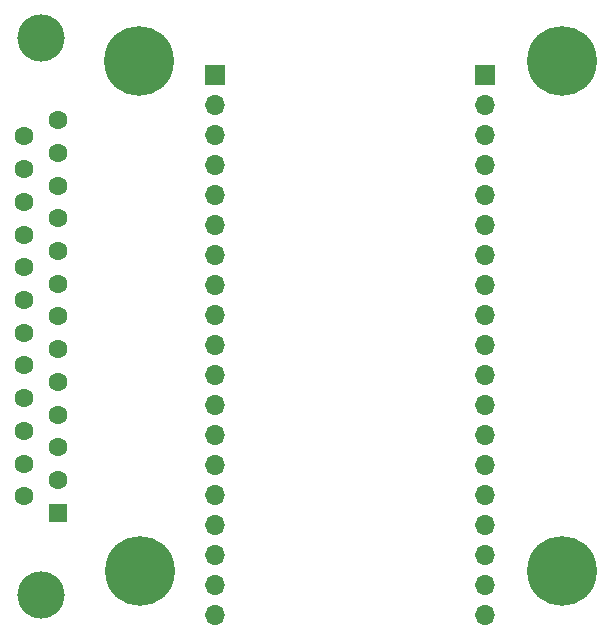
<source format=gbr>
%TF.GenerationSoftware,KiCad,Pcbnew,(5.1.10)-1*%
%TF.CreationDate,2021-12-24T17:51:45-05:00*%
%TF.ProjectId,BlueRetro Genesis ESP32 Shield,426c7565-5265-4747-926f-2047656e6573,rev?*%
%TF.SameCoordinates,Original*%
%TF.FileFunction,Soldermask,Bot*%
%TF.FilePolarity,Negative*%
%FSLAX46Y46*%
G04 Gerber Fmt 4.6, Leading zero omitted, Abs format (unit mm)*
G04 Created by KiCad (PCBNEW (5.1.10)-1) date 2021-12-24 17:51:45*
%MOMM*%
%LPD*%
G01*
G04 APERTURE LIST*
%ADD10C,5.900000*%
%ADD11R,1.600000X1.600000*%
%ADD12C,1.600000*%
%ADD13C,4.000000*%
%ADD14R,1.700000X1.700000*%
%ADD15O,1.700000X1.700000*%
G04 APERTURE END LIST*
D10*
%TO.C,REF\u002A\u002A*%
X175387000Y-62357000D03*
%TD*%
%TO.C,REF\u002A\u002A*%
X139573000Y-62357000D03*
%TD*%
%TO.C,REF\u002A\u002A*%
X139700000Y-105537000D03*
%TD*%
%TO.C,REF\u002A\u002A*%
X175387000Y-105537000D03*
%TD*%
D11*
%TO.C,J3*%
X132715000Y-100584000D03*
D12*
X132715000Y-97814000D03*
X132715000Y-95044000D03*
X132715000Y-92274000D03*
X132715000Y-89504000D03*
X132715000Y-86734000D03*
X132715000Y-83964000D03*
X132715000Y-81194000D03*
X132715000Y-78424000D03*
X132715000Y-75654000D03*
X132715000Y-72884000D03*
X132715000Y-70114000D03*
X132715000Y-67344000D03*
X129875000Y-99199000D03*
X129875000Y-96429000D03*
X129875000Y-93659000D03*
X129875000Y-90889000D03*
X129875000Y-88119000D03*
X129875000Y-85349000D03*
X129875000Y-82579000D03*
X129875000Y-79809000D03*
X129875000Y-77039000D03*
X129875000Y-74269000D03*
X129875000Y-71499000D03*
X129875000Y-68729000D03*
D13*
X131295000Y-60414000D03*
X131295000Y-107514000D03*
%TD*%
D14*
%TO.C,J1*%
X146050000Y-63500000D03*
D15*
X146050000Y-66040000D03*
X146050000Y-68580000D03*
X146050000Y-71120000D03*
X146050000Y-73660000D03*
X146050000Y-76200000D03*
X146050000Y-78740000D03*
X146050000Y-81280000D03*
X146050000Y-83820000D03*
X146050000Y-86360000D03*
X146050000Y-88900000D03*
X146050000Y-91440000D03*
X146050000Y-93980000D03*
X146050000Y-96520000D03*
X146050000Y-99060000D03*
X146050000Y-101600000D03*
X146050000Y-104140000D03*
X146050000Y-106680000D03*
X146050000Y-109220000D03*
%TD*%
%TO.C,J2*%
X168910000Y-109220000D03*
X168910000Y-106680000D03*
X168910000Y-104140000D03*
X168910000Y-101600000D03*
X168910000Y-99060000D03*
X168910000Y-96520000D03*
X168910000Y-93980000D03*
X168910000Y-91440000D03*
X168910000Y-88900000D03*
X168910000Y-86360000D03*
X168910000Y-83820000D03*
X168910000Y-81280000D03*
X168910000Y-78740000D03*
X168910000Y-76200000D03*
X168910000Y-73660000D03*
X168910000Y-71120000D03*
X168910000Y-68580000D03*
X168910000Y-66040000D03*
D14*
X168910000Y-63500000D03*
%TD*%
M02*

</source>
